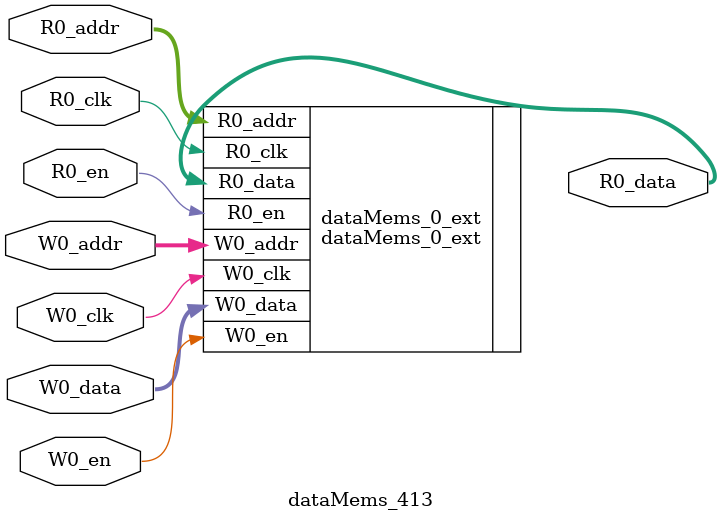
<source format=sv>
`ifndef RANDOMIZE
  `ifdef RANDOMIZE_REG_INIT
    `define RANDOMIZE
  `endif // RANDOMIZE_REG_INIT
`endif // not def RANDOMIZE
`ifndef RANDOMIZE
  `ifdef RANDOMIZE_MEM_INIT
    `define RANDOMIZE
  `endif // RANDOMIZE_MEM_INIT
`endif // not def RANDOMIZE

`ifndef RANDOM
  `define RANDOM $random
`endif // not def RANDOM

// Users can define 'PRINTF_COND' to add an extra gate to prints.
`ifndef PRINTF_COND_
  `ifdef PRINTF_COND
    `define PRINTF_COND_ (`PRINTF_COND)
  `else  // PRINTF_COND
    `define PRINTF_COND_ 1
  `endif // PRINTF_COND
`endif // not def PRINTF_COND_

// Users can define 'ASSERT_VERBOSE_COND' to add an extra gate to assert error printing.
`ifndef ASSERT_VERBOSE_COND_
  `ifdef ASSERT_VERBOSE_COND
    `define ASSERT_VERBOSE_COND_ (`ASSERT_VERBOSE_COND)
  `else  // ASSERT_VERBOSE_COND
    `define ASSERT_VERBOSE_COND_ 1
  `endif // ASSERT_VERBOSE_COND
`endif // not def ASSERT_VERBOSE_COND_

// Users can define 'STOP_COND' to add an extra gate to stop conditions.
`ifndef STOP_COND_
  `ifdef STOP_COND
    `define STOP_COND_ (`STOP_COND)
  `else  // STOP_COND
    `define STOP_COND_ 1
  `endif // STOP_COND
`endif // not def STOP_COND_

// Users can define INIT_RANDOM as general code that gets injected into the
// initializer block for modules with registers.
`ifndef INIT_RANDOM
  `define INIT_RANDOM
`endif // not def INIT_RANDOM

// If using random initialization, you can also define RANDOMIZE_DELAY to
// customize the delay used, otherwise 0.002 is used.
`ifndef RANDOMIZE_DELAY
  `define RANDOMIZE_DELAY 0.002
`endif // not def RANDOMIZE_DELAY

// Define INIT_RANDOM_PROLOG_ for use in our modules below.
`ifndef INIT_RANDOM_PROLOG_
  `ifdef RANDOMIZE
    `ifdef VERILATOR
      `define INIT_RANDOM_PROLOG_ `INIT_RANDOM
    `else  // VERILATOR
      `define INIT_RANDOM_PROLOG_ `INIT_RANDOM #`RANDOMIZE_DELAY begin end
    `endif // VERILATOR
  `else  // RANDOMIZE
    `define INIT_RANDOM_PROLOG_
  `endif // RANDOMIZE
`endif // not def INIT_RANDOM_PROLOG_

// Include register initializers in init blocks unless synthesis is set
`ifndef SYNTHESIS
  `ifndef ENABLE_INITIAL_REG_
    `define ENABLE_INITIAL_REG_
  `endif // not def ENABLE_INITIAL_REG_
`endif // not def SYNTHESIS

// Include rmemory initializers in init blocks unless synthesis is set
`ifndef SYNTHESIS
  `ifndef ENABLE_INITIAL_MEM_
    `define ENABLE_INITIAL_MEM_
  `endif // not def ENABLE_INITIAL_MEM_
`endif // not def SYNTHESIS

module dataMems_413(	// @[generators/ara/src/main/scala/UnsafeAXI4ToTL.scala:365:62]
  input  [4:0]  R0_addr,
  input         R0_en,
  input         R0_clk,
  output [66:0] R0_data,
  input  [4:0]  W0_addr,
  input         W0_en,
  input         W0_clk,
  input  [66:0] W0_data
);

  dataMems_0_ext dataMems_0_ext (	// @[generators/ara/src/main/scala/UnsafeAXI4ToTL.scala:365:62]
    .R0_addr (R0_addr),
    .R0_en   (R0_en),
    .R0_clk  (R0_clk),
    .R0_data (R0_data),
    .W0_addr (W0_addr),
    .W0_en   (W0_en),
    .W0_clk  (W0_clk),
    .W0_data (W0_data)
  );
endmodule


</source>
